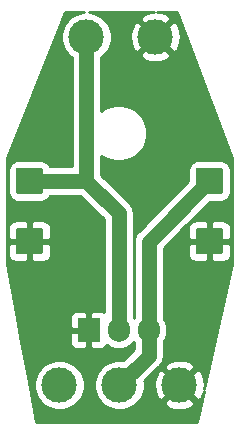
<source format=gbr>
%TF.GenerationSoftware,KiCad,Pcbnew,(5.1.6)-1*%
%TF.CreationDate,2021-05-20T08:24:50-04:00*%
%TF.ProjectId,ATX2AT-5v,41545832-4154-42d3-9576-2e6b69636164,rev?*%
%TF.SameCoordinates,Original*%
%TF.FileFunction,Copper,L1,Top*%
%TF.FilePolarity,Positive*%
%FSLAX46Y46*%
G04 Gerber Fmt 4.6, Leading zero omitted, Abs format (unit mm)*
G04 Created by KiCad (PCBNEW (5.1.6)-1) date 2021-05-20 08:24:50*
%MOMM*%
%LPD*%
G01*
G04 APERTURE LIST*
%TA.AperFunction,ComponentPad*%
%ADD10C,3.000000*%
%TD*%
%TA.AperFunction,ComponentPad*%
%ADD11R,1.905000X2.000000*%
%TD*%
%TA.AperFunction,ComponentPad*%
%ADD12O,1.905000X2.000000*%
%TD*%
%TA.AperFunction,Conductor*%
%ADD13C,1.250000*%
%TD*%
%TA.AperFunction,Conductor*%
%ADD14C,0.254000*%
%TD*%
G04 APERTURE END LIST*
%TO.P,C1,1*%
%TO.N,Net-(C1-Pad1)*%
%TA.AperFunction,SMDPad,CuDef*%
G36*
G01*
X122845001Y-81917000D02*
X120994999Y-81917000D01*
G75*
G02*
X120745000Y-81667001I0J249999D01*
G01*
X120745000Y-79916999D01*
G75*
G02*
X120994999Y-79667000I249999J0D01*
G01*
X122845001Y-79667000D01*
G75*
G02*
X123095000Y-79916999I0J-249999D01*
G01*
X123095000Y-81667001D01*
G75*
G02*
X122845001Y-81917000I-249999J0D01*
G01*
G37*
%TD.AperFunction*%
%TO.P,C1,2*%
%TO.N,Net-(C1-Pad2)*%
%TA.AperFunction,SMDPad,CuDef*%
G36*
G01*
X122845001Y-76817000D02*
X120994999Y-76817000D01*
G75*
G02*
X120745000Y-76567001I0J249999D01*
G01*
X120745000Y-74816999D01*
G75*
G02*
X120994999Y-74567000I249999J0D01*
G01*
X122845001Y-74567000D01*
G75*
G02*
X123095000Y-74816999I0J-249999D01*
G01*
X123095000Y-76567001D01*
G75*
G02*
X122845001Y-76817000I-249999J0D01*
G01*
G37*
%TD.AperFunction*%
%TD*%
%TO.P,C2,2*%
%TO.N,Net-(C2-Pad2)*%
%TA.AperFunction,SMDPad,CuDef*%
G36*
G01*
X138085001Y-76817000D02*
X136234999Y-76817000D01*
G75*
G02*
X135985000Y-76567001I0J249999D01*
G01*
X135985000Y-74816999D01*
G75*
G02*
X136234999Y-74567000I249999J0D01*
G01*
X138085001Y-74567000D01*
G75*
G02*
X138335000Y-74816999I0J-249999D01*
G01*
X138335000Y-76567001D01*
G75*
G02*
X138085001Y-76817000I-249999J0D01*
G01*
G37*
%TD.AperFunction*%
%TO.P,C2,1*%
%TO.N,Net-(C1-Pad1)*%
%TA.AperFunction,SMDPad,CuDef*%
G36*
G01*
X138085001Y-81917000D02*
X136234999Y-81917000D01*
G75*
G02*
X135985000Y-81667001I0J249999D01*
G01*
X135985000Y-79916999D01*
G75*
G02*
X136234999Y-79667000I249999J0D01*
G01*
X138085001Y-79667000D01*
G75*
G02*
X138335000Y-79916999I0J-249999D01*
G01*
X138335000Y-81667001D01*
G75*
G02*
X138085001Y-81917000I-249999J0D01*
G01*
G37*
%TD.AperFunction*%
%TD*%
D10*
%TO.P,-12V,1*%
%TO.N,Net-(C1-Pad2)*%
X126746000Y-63500000D03*
%TD*%
%TO.P,GND,1*%
%TO.N,Net-(C1-Pad1)*%
X132588000Y-63500000D03*
%TD*%
%TO.P,-12V,1*%
%TO.N,Net-(C1-Pad2)*%
X124460000Y-92964000D03*
%TD*%
%TO.P,-5V,1*%
%TO.N,Net-(C2-Pad2)*%
X129540000Y-92964000D03*
%TD*%
%TO.P,GND,1*%
%TO.N,Net-(C1-Pad1)*%
X134620000Y-92964000D03*
%TD*%
D11*
%TO.P,U1,1*%
%TO.N,Net-(C1-Pad1)*%
X126941001Y-88315001D03*
D12*
%TO.P,U1,2*%
%TO.N,Net-(C1-Pad2)*%
X129481001Y-88315001D03*
%TO.P,U1,3*%
%TO.N,Net-(C2-Pad2)*%
X132021001Y-88315001D03*
%TD*%
D13*
%TO.N,Net-(C1-Pad2)*%
X121920000Y-75692000D02*
X122936000Y-75692000D01*
X129481001Y-88315001D02*
X129481001Y-78427001D01*
X126746000Y-75692000D02*
X126746000Y-63500000D01*
X129481001Y-78427001D02*
X126746000Y-75692000D01*
X126746000Y-75692000D02*
X121920000Y-75692000D01*
%TO.N,Net-(C2-Pad2)*%
X132021001Y-90482999D02*
X129540000Y-92964000D01*
X132021001Y-88315001D02*
X132021001Y-90482999D01*
X132021001Y-80830999D02*
X137160000Y-75692000D01*
X132021001Y-88315001D02*
X132021001Y-80830999D01*
%TD*%
D14*
%TO.N,Net-(C1-Pad1)*%
G36*
X126123244Y-61447047D02*
G01*
X125734698Y-61607988D01*
X125385017Y-61841637D01*
X125087637Y-62139017D01*
X124853988Y-62488698D01*
X124693047Y-62877244D01*
X124611000Y-63289721D01*
X124611000Y-63710279D01*
X124693047Y-64122756D01*
X124853988Y-64511302D01*
X125087637Y-64860983D01*
X125385017Y-65158363D01*
X125486001Y-65225838D01*
X125486000Y-74432000D01*
X123641339Y-74432000D01*
X123583405Y-74323613D01*
X123472962Y-74189038D01*
X123338387Y-74078595D01*
X123184851Y-73996528D01*
X123018255Y-73945992D01*
X122845001Y-73928928D01*
X120994999Y-73928928D01*
X120821745Y-73945992D01*
X120655149Y-73996528D01*
X120501613Y-74078595D01*
X120367038Y-74189038D01*
X120256595Y-74323613D01*
X120174528Y-74477149D01*
X120123992Y-74643745D01*
X120106928Y-74816999D01*
X120106928Y-76567001D01*
X120123992Y-76740255D01*
X120174528Y-76906851D01*
X120256595Y-77060387D01*
X120367038Y-77194962D01*
X120501613Y-77305405D01*
X120655149Y-77387472D01*
X120821745Y-77438008D01*
X120994999Y-77455072D01*
X122845001Y-77455072D01*
X123018255Y-77438008D01*
X123184851Y-77387472D01*
X123338387Y-77305405D01*
X123472962Y-77194962D01*
X123583405Y-77060387D01*
X123641339Y-76952000D01*
X126224092Y-76952000D01*
X128221002Y-78948911D01*
X128221001Y-86770035D01*
X128137681Y-86725499D01*
X128017983Y-86689189D01*
X127893501Y-86676929D01*
X127226751Y-86680001D01*
X127068001Y-86838751D01*
X127068001Y-88188001D01*
X127088001Y-88188001D01*
X127088001Y-88442001D01*
X127068001Y-88442001D01*
X127068001Y-89791251D01*
X127226751Y-89950001D01*
X127893501Y-89953073D01*
X128017983Y-89940813D01*
X128137681Y-89904503D01*
X128247995Y-89845538D01*
X128344686Y-89766186D01*
X128424038Y-89669495D01*
X128468906Y-89585554D01*
X128594767Y-89688846D01*
X128870553Y-89836256D01*
X129169798Y-89927031D01*
X129481001Y-89957682D01*
X129792205Y-89927031D01*
X130091450Y-89836256D01*
X130367236Y-89688846D01*
X130608964Y-89490464D01*
X130751001Y-89317392D01*
X130761001Y-89329578D01*
X130761002Y-89961089D01*
X129869397Y-90852694D01*
X129750279Y-90829000D01*
X129329721Y-90829000D01*
X128917244Y-90911047D01*
X128528698Y-91071988D01*
X128179017Y-91305637D01*
X127881637Y-91603017D01*
X127647988Y-91952698D01*
X127487047Y-92341244D01*
X127405000Y-92753721D01*
X127405000Y-93174279D01*
X127487047Y-93586756D01*
X127647988Y-93975302D01*
X127881637Y-94324983D01*
X128179017Y-94622363D01*
X128528698Y-94856012D01*
X128917244Y-95016953D01*
X129329721Y-95099000D01*
X129750279Y-95099000D01*
X130162756Y-95016953D01*
X130551302Y-94856012D01*
X130900983Y-94622363D01*
X131067693Y-94455653D01*
X133307952Y-94455653D01*
X133463962Y-94771214D01*
X133838745Y-94962020D01*
X134243551Y-95076044D01*
X134662824Y-95108902D01*
X135080451Y-95059334D01*
X135480383Y-94929243D01*
X135776038Y-94771214D01*
X135932048Y-94455653D01*
X134620000Y-93143605D01*
X133307952Y-94455653D01*
X131067693Y-94455653D01*
X131198363Y-94324983D01*
X131432012Y-93975302D01*
X131592953Y-93586756D01*
X131675000Y-93174279D01*
X131675000Y-93006824D01*
X132475098Y-93006824D01*
X132524666Y-93424451D01*
X132654757Y-93824383D01*
X132812786Y-94120038D01*
X133128347Y-94276048D01*
X134440395Y-92964000D01*
X133128347Y-91651952D01*
X132812786Y-91807962D01*
X132621980Y-92182745D01*
X132507956Y-92587551D01*
X132475098Y-93006824D01*
X131675000Y-93006824D01*
X131675000Y-92753721D01*
X131651306Y-92634603D01*
X132813562Y-91472347D01*
X133307952Y-91472347D01*
X134620000Y-92784395D01*
X135932048Y-91472347D01*
X135776038Y-91156786D01*
X135401255Y-90965980D01*
X134996449Y-90851956D01*
X134577176Y-90819098D01*
X134159549Y-90868666D01*
X133759617Y-90998757D01*
X133463962Y-91156786D01*
X133307952Y-91472347D01*
X132813562Y-91472347D01*
X132868191Y-91417718D01*
X132916266Y-91378264D01*
X133073721Y-91186404D01*
X133190721Y-90967513D01*
X133262769Y-90730002D01*
X133281001Y-90544892D01*
X133281001Y-90544883D01*
X133287096Y-90483000D01*
X133281001Y-90421117D01*
X133281001Y-89329577D01*
X133347346Y-89248735D01*
X133494756Y-88972949D01*
X133585531Y-88673704D01*
X133608501Y-88440486D01*
X133608501Y-88189515D01*
X133585531Y-87956297D01*
X133494756Y-87657052D01*
X133347346Y-87381266D01*
X133281001Y-87300425D01*
X133281001Y-81917000D01*
X135346928Y-81917000D01*
X135359188Y-82041482D01*
X135395498Y-82161180D01*
X135454463Y-82271494D01*
X135533815Y-82368185D01*
X135630506Y-82447537D01*
X135740820Y-82506502D01*
X135860518Y-82542812D01*
X135985000Y-82555072D01*
X136874250Y-82552000D01*
X137033000Y-82393250D01*
X137033000Y-80919000D01*
X137287000Y-80919000D01*
X137287000Y-82393250D01*
X137445750Y-82552000D01*
X138335000Y-82555072D01*
X138459482Y-82542812D01*
X138579180Y-82506502D01*
X138689494Y-82447537D01*
X138786185Y-82368185D01*
X138865537Y-82271494D01*
X138924502Y-82161180D01*
X138960812Y-82041482D01*
X138973072Y-81917000D01*
X138970000Y-81077750D01*
X138811250Y-80919000D01*
X137287000Y-80919000D01*
X137033000Y-80919000D01*
X135508750Y-80919000D01*
X135350000Y-81077750D01*
X135346928Y-81917000D01*
X133281001Y-81917000D01*
X133281001Y-81352907D01*
X134966908Y-79667000D01*
X135346928Y-79667000D01*
X135350000Y-80506250D01*
X135508750Y-80665000D01*
X137033000Y-80665000D01*
X137033000Y-79190750D01*
X137287000Y-79190750D01*
X137287000Y-80665000D01*
X138811250Y-80665000D01*
X138970000Y-80506250D01*
X138973072Y-79667000D01*
X138960812Y-79542518D01*
X138924502Y-79422820D01*
X138865537Y-79312506D01*
X138786185Y-79215815D01*
X138689494Y-79136463D01*
X138579180Y-79077498D01*
X138459482Y-79041188D01*
X138335000Y-79028928D01*
X137445750Y-79032000D01*
X137287000Y-79190750D01*
X137033000Y-79190750D01*
X136874250Y-79032000D01*
X135985000Y-79028928D01*
X135860518Y-79041188D01*
X135740820Y-79077498D01*
X135630506Y-79136463D01*
X135533815Y-79215815D01*
X135454463Y-79312506D01*
X135395498Y-79422820D01*
X135359188Y-79542518D01*
X135346928Y-79667000D01*
X134966908Y-79667000D01*
X137178837Y-77455072D01*
X138085001Y-77455072D01*
X138258255Y-77438008D01*
X138424851Y-77387472D01*
X138578387Y-77305405D01*
X138712962Y-77194962D01*
X138823405Y-77060387D01*
X138905472Y-76906851D01*
X138956008Y-76740255D01*
X138973072Y-76567001D01*
X138973072Y-74816999D01*
X138956008Y-74643745D01*
X138905472Y-74477149D01*
X138823405Y-74323613D01*
X138712962Y-74189038D01*
X138578387Y-74078595D01*
X138424851Y-73996528D01*
X138258255Y-73945992D01*
X138085001Y-73928928D01*
X136234999Y-73928928D01*
X136061745Y-73945992D01*
X135895149Y-73996528D01*
X135741613Y-74078595D01*
X135607038Y-74189038D01*
X135496595Y-74323613D01*
X135414528Y-74477149D01*
X135363992Y-74643745D01*
X135346928Y-74816999D01*
X135346928Y-75723163D01*
X131173812Y-79896280D01*
X131125737Y-79935734D01*
X131086283Y-79983809D01*
X131086282Y-79983810D01*
X130968281Y-80127594D01*
X130851281Y-80346486D01*
X130779234Y-80583996D01*
X130754906Y-80830999D01*
X130761002Y-80892892D01*
X130761001Y-87300425D01*
X130751001Y-87312610D01*
X130741001Y-87300425D01*
X130741001Y-78488894D01*
X130747097Y-78427001D01*
X130722769Y-78179998D01*
X130650721Y-77942487D01*
X130533721Y-77723596D01*
X130415720Y-77579811D01*
X130376266Y-77531736D01*
X130328191Y-77492282D01*
X128006000Y-75170092D01*
X128006000Y-73537852D01*
X128351280Y-73768561D01*
X128785322Y-73948347D01*
X129246099Y-74040001D01*
X129715903Y-74040001D01*
X130176680Y-73948347D01*
X130610722Y-73768561D01*
X131001350Y-73507551D01*
X131333551Y-73175350D01*
X131594561Y-72784722D01*
X131774347Y-72350680D01*
X131866001Y-71889903D01*
X131866001Y-71420099D01*
X131774347Y-70959322D01*
X131594561Y-70525280D01*
X131333551Y-70134652D01*
X131001350Y-69802451D01*
X130610722Y-69541441D01*
X130176680Y-69361655D01*
X129715903Y-69270001D01*
X129246099Y-69270001D01*
X128785322Y-69361655D01*
X128351280Y-69541441D01*
X128006000Y-69772150D01*
X128006000Y-65225838D01*
X128106983Y-65158363D01*
X128273693Y-64991653D01*
X131275952Y-64991653D01*
X131431962Y-65307214D01*
X131806745Y-65498020D01*
X132211551Y-65612044D01*
X132630824Y-65644902D01*
X133048451Y-65595334D01*
X133448383Y-65465243D01*
X133744038Y-65307214D01*
X133900048Y-64991653D01*
X132588000Y-63679605D01*
X131275952Y-64991653D01*
X128273693Y-64991653D01*
X128404363Y-64860983D01*
X128638012Y-64511302D01*
X128798953Y-64122756D01*
X128881000Y-63710279D01*
X128881000Y-63542824D01*
X130443098Y-63542824D01*
X130492666Y-63960451D01*
X130622757Y-64360383D01*
X130780786Y-64656038D01*
X131096347Y-64812048D01*
X132408395Y-63500000D01*
X132767605Y-63500000D01*
X134079653Y-64812048D01*
X134395214Y-64656038D01*
X134586020Y-64281255D01*
X134700044Y-63876449D01*
X134732902Y-63457176D01*
X134683334Y-63039549D01*
X134553243Y-62639617D01*
X134395214Y-62343962D01*
X134079653Y-62187952D01*
X132767605Y-63500000D01*
X132408395Y-63500000D01*
X131096347Y-62187952D01*
X130780786Y-62343962D01*
X130589980Y-62718745D01*
X130475956Y-63123551D01*
X130443098Y-63542824D01*
X128881000Y-63542824D01*
X128881000Y-63289721D01*
X128798953Y-62877244D01*
X128638012Y-62488698D01*
X128404363Y-62139017D01*
X128106983Y-61841637D01*
X127757302Y-61607988D01*
X127368756Y-61447047D01*
X126961306Y-61366000D01*
X132453323Y-61366000D01*
X132127549Y-61404666D01*
X131727617Y-61534757D01*
X131431962Y-61692786D01*
X131275952Y-62008347D01*
X132588000Y-63320395D01*
X133900048Y-62008347D01*
X133744038Y-61692786D01*
X133369255Y-61501980D01*
X132964449Y-61387956D01*
X132684287Y-61366000D01*
X134415570Y-61366000D01*
X139040001Y-73778952D01*
X139040000Y-82732837D01*
X136735649Y-93294445D01*
X136764902Y-92921176D01*
X136715334Y-92503549D01*
X136585243Y-92103617D01*
X136427214Y-91807962D01*
X136111653Y-91651952D01*
X134799605Y-92964000D01*
X136111653Y-94276048D01*
X136427214Y-94120038D01*
X136618020Y-93745255D01*
X136703510Y-93441749D01*
X136120474Y-96114000D01*
X122470820Y-96114000D01*
X121859861Y-92753721D01*
X122325000Y-92753721D01*
X122325000Y-93174279D01*
X122407047Y-93586756D01*
X122567988Y-93975302D01*
X122801637Y-94324983D01*
X123099017Y-94622363D01*
X123448698Y-94856012D01*
X123837244Y-95016953D01*
X124249721Y-95099000D01*
X124670279Y-95099000D01*
X125082756Y-95016953D01*
X125471302Y-94856012D01*
X125820983Y-94622363D01*
X126118363Y-94324983D01*
X126352012Y-93975302D01*
X126512953Y-93586756D01*
X126595000Y-93174279D01*
X126595000Y-92753721D01*
X126512953Y-92341244D01*
X126352012Y-91952698D01*
X126118363Y-91603017D01*
X125820983Y-91305637D01*
X125471302Y-91071988D01*
X125082756Y-90911047D01*
X124670279Y-90829000D01*
X124249721Y-90829000D01*
X123837244Y-90911047D01*
X123448698Y-91071988D01*
X123099017Y-91305637D01*
X122801637Y-91603017D01*
X122567988Y-91952698D01*
X122407047Y-92341244D01*
X122325000Y-92753721D01*
X121859861Y-92753721D01*
X121234639Y-89315001D01*
X125350429Y-89315001D01*
X125362689Y-89439483D01*
X125398999Y-89559181D01*
X125457964Y-89669495D01*
X125537316Y-89766186D01*
X125634007Y-89845538D01*
X125744321Y-89904503D01*
X125864019Y-89940813D01*
X125988501Y-89953073D01*
X126655251Y-89950001D01*
X126814001Y-89791251D01*
X126814001Y-88442001D01*
X125512251Y-88442001D01*
X125353501Y-88600751D01*
X125350429Y-89315001D01*
X121234639Y-89315001D01*
X120871003Y-87315001D01*
X125350429Y-87315001D01*
X125353501Y-88029251D01*
X125512251Y-88188001D01*
X126814001Y-88188001D01*
X126814001Y-86838751D01*
X126655251Y-86680001D01*
X125988501Y-86676929D01*
X125864019Y-86689189D01*
X125744321Y-86725499D01*
X125634007Y-86784464D01*
X125537316Y-86863816D01*
X125457964Y-86960507D01*
X125398999Y-87070821D01*
X125362689Y-87190519D01*
X125350429Y-87315001D01*
X120871003Y-87315001D01*
X120040000Y-82744493D01*
X120040000Y-81917000D01*
X120106928Y-81917000D01*
X120119188Y-82041482D01*
X120155498Y-82161180D01*
X120214463Y-82271494D01*
X120293815Y-82368185D01*
X120390506Y-82447537D01*
X120500820Y-82506502D01*
X120620518Y-82542812D01*
X120745000Y-82555072D01*
X121634250Y-82552000D01*
X121793000Y-82393250D01*
X121793000Y-80919000D01*
X122047000Y-80919000D01*
X122047000Y-82393250D01*
X122205750Y-82552000D01*
X123095000Y-82555072D01*
X123219482Y-82542812D01*
X123339180Y-82506502D01*
X123449494Y-82447537D01*
X123546185Y-82368185D01*
X123625537Y-82271494D01*
X123684502Y-82161180D01*
X123720812Y-82041482D01*
X123733072Y-81917000D01*
X123730000Y-81077750D01*
X123571250Y-80919000D01*
X122047000Y-80919000D01*
X121793000Y-80919000D01*
X120268750Y-80919000D01*
X120110000Y-81077750D01*
X120106928Y-81917000D01*
X120040000Y-81917000D01*
X120040000Y-79667000D01*
X120106928Y-79667000D01*
X120110000Y-80506250D01*
X120268750Y-80665000D01*
X121793000Y-80665000D01*
X121793000Y-79190750D01*
X122047000Y-79190750D01*
X122047000Y-80665000D01*
X123571250Y-80665000D01*
X123730000Y-80506250D01*
X123733072Y-79667000D01*
X123720812Y-79542518D01*
X123684502Y-79422820D01*
X123625537Y-79312506D01*
X123546185Y-79215815D01*
X123449494Y-79136463D01*
X123339180Y-79077498D01*
X123219482Y-79041188D01*
X123095000Y-79028928D01*
X122205750Y-79032000D01*
X122047000Y-79190750D01*
X121793000Y-79190750D01*
X121634250Y-79032000D01*
X120745000Y-79028928D01*
X120620518Y-79041188D01*
X120500820Y-79077498D01*
X120390506Y-79136463D01*
X120293815Y-79215815D01*
X120214463Y-79312506D01*
X120155498Y-79422820D01*
X120119188Y-79542518D01*
X120106928Y-79667000D01*
X120040000Y-79667000D01*
X120040000Y-73784783D01*
X124910111Y-61366000D01*
X126530694Y-61366000D01*
X126123244Y-61447047D01*
G37*
X126123244Y-61447047D02*
X125734698Y-61607988D01*
X125385017Y-61841637D01*
X125087637Y-62139017D01*
X124853988Y-62488698D01*
X124693047Y-62877244D01*
X124611000Y-63289721D01*
X124611000Y-63710279D01*
X124693047Y-64122756D01*
X124853988Y-64511302D01*
X125087637Y-64860983D01*
X125385017Y-65158363D01*
X125486001Y-65225838D01*
X125486000Y-74432000D01*
X123641339Y-74432000D01*
X123583405Y-74323613D01*
X123472962Y-74189038D01*
X123338387Y-74078595D01*
X123184851Y-73996528D01*
X123018255Y-73945992D01*
X122845001Y-73928928D01*
X120994999Y-73928928D01*
X120821745Y-73945992D01*
X120655149Y-73996528D01*
X120501613Y-74078595D01*
X120367038Y-74189038D01*
X120256595Y-74323613D01*
X120174528Y-74477149D01*
X120123992Y-74643745D01*
X120106928Y-74816999D01*
X120106928Y-76567001D01*
X120123992Y-76740255D01*
X120174528Y-76906851D01*
X120256595Y-77060387D01*
X120367038Y-77194962D01*
X120501613Y-77305405D01*
X120655149Y-77387472D01*
X120821745Y-77438008D01*
X120994999Y-77455072D01*
X122845001Y-77455072D01*
X123018255Y-77438008D01*
X123184851Y-77387472D01*
X123338387Y-77305405D01*
X123472962Y-77194962D01*
X123583405Y-77060387D01*
X123641339Y-76952000D01*
X126224092Y-76952000D01*
X128221002Y-78948911D01*
X128221001Y-86770035D01*
X128137681Y-86725499D01*
X128017983Y-86689189D01*
X127893501Y-86676929D01*
X127226751Y-86680001D01*
X127068001Y-86838751D01*
X127068001Y-88188001D01*
X127088001Y-88188001D01*
X127088001Y-88442001D01*
X127068001Y-88442001D01*
X127068001Y-89791251D01*
X127226751Y-89950001D01*
X127893501Y-89953073D01*
X128017983Y-89940813D01*
X128137681Y-89904503D01*
X128247995Y-89845538D01*
X128344686Y-89766186D01*
X128424038Y-89669495D01*
X128468906Y-89585554D01*
X128594767Y-89688846D01*
X128870553Y-89836256D01*
X129169798Y-89927031D01*
X129481001Y-89957682D01*
X129792205Y-89927031D01*
X130091450Y-89836256D01*
X130367236Y-89688846D01*
X130608964Y-89490464D01*
X130751001Y-89317392D01*
X130761001Y-89329578D01*
X130761002Y-89961089D01*
X129869397Y-90852694D01*
X129750279Y-90829000D01*
X129329721Y-90829000D01*
X128917244Y-90911047D01*
X128528698Y-91071988D01*
X128179017Y-91305637D01*
X127881637Y-91603017D01*
X127647988Y-91952698D01*
X127487047Y-92341244D01*
X127405000Y-92753721D01*
X127405000Y-93174279D01*
X127487047Y-93586756D01*
X127647988Y-93975302D01*
X127881637Y-94324983D01*
X128179017Y-94622363D01*
X128528698Y-94856012D01*
X128917244Y-95016953D01*
X129329721Y-95099000D01*
X129750279Y-95099000D01*
X130162756Y-95016953D01*
X130551302Y-94856012D01*
X130900983Y-94622363D01*
X131067693Y-94455653D01*
X133307952Y-94455653D01*
X133463962Y-94771214D01*
X133838745Y-94962020D01*
X134243551Y-95076044D01*
X134662824Y-95108902D01*
X135080451Y-95059334D01*
X135480383Y-94929243D01*
X135776038Y-94771214D01*
X135932048Y-94455653D01*
X134620000Y-93143605D01*
X133307952Y-94455653D01*
X131067693Y-94455653D01*
X131198363Y-94324983D01*
X131432012Y-93975302D01*
X131592953Y-93586756D01*
X131675000Y-93174279D01*
X131675000Y-93006824D01*
X132475098Y-93006824D01*
X132524666Y-93424451D01*
X132654757Y-93824383D01*
X132812786Y-94120038D01*
X133128347Y-94276048D01*
X134440395Y-92964000D01*
X133128347Y-91651952D01*
X132812786Y-91807962D01*
X132621980Y-92182745D01*
X132507956Y-92587551D01*
X132475098Y-93006824D01*
X131675000Y-93006824D01*
X131675000Y-92753721D01*
X131651306Y-92634603D01*
X132813562Y-91472347D01*
X133307952Y-91472347D01*
X134620000Y-92784395D01*
X135932048Y-91472347D01*
X135776038Y-91156786D01*
X135401255Y-90965980D01*
X134996449Y-90851956D01*
X134577176Y-90819098D01*
X134159549Y-90868666D01*
X133759617Y-90998757D01*
X133463962Y-91156786D01*
X133307952Y-91472347D01*
X132813562Y-91472347D01*
X132868191Y-91417718D01*
X132916266Y-91378264D01*
X133073721Y-91186404D01*
X133190721Y-90967513D01*
X133262769Y-90730002D01*
X133281001Y-90544892D01*
X133281001Y-90544883D01*
X133287096Y-90483000D01*
X133281001Y-90421117D01*
X133281001Y-89329577D01*
X133347346Y-89248735D01*
X133494756Y-88972949D01*
X133585531Y-88673704D01*
X133608501Y-88440486D01*
X133608501Y-88189515D01*
X133585531Y-87956297D01*
X133494756Y-87657052D01*
X133347346Y-87381266D01*
X133281001Y-87300425D01*
X133281001Y-81917000D01*
X135346928Y-81917000D01*
X135359188Y-82041482D01*
X135395498Y-82161180D01*
X135454463Y-82271494D01*
X135533815Y-82368185D01*
X135630506Y-82447537D01*
X135740820Y-82506502D01*
X135860518Y-82542812D01*
X135985000Y-82555072D01*
X136874250Y-82552000D01*
X137033000Y-82393250D01*
X137033000Y-80919000D01*
X137287000Y-80919000D01*
X137287000Y-82393250D01*
X137445750Y-82552000D01*
X138335000Y-82555072D01*
X138459482Y-82542812D01*
X138579180Y-82506502D01*
X138689494Y-82447537D01*
X138786185Y-82368185D01*
X138865537Y-82271494D01*
X138924502Y-82161180D01*
X138960812Y-82041482D01*
X138973072Y-81917000D01*
X138970000Y-81077750D01*
X138811250Y-80919000D01*
X137287000Y-80919000D01*
X137033000Y-80919000D01*
X135508750Y-80919000D01*
X135350000Y-81077750D01*
X135346928Y-81917000D01*
X133281001Y-81917000D01*
X133281001Y-81352907D01*
X134966908Y-79667000D01*
X135346928Y-79667000D01*
X135350000Y-80506250D01*
X135508750Y-80665000D01*
X137033000Y-80665000D01*
X137033000Y-79190750D01*
X137287000Y-79190750D01*
X137287000Y-80665000D01*
X138811250Y-80665000D01*
X138970000Y-80506250D01*
X138973072Y-79667000D01*
X138960812Y-79542518D01*
X138924502Y-79422820D01*
X138865537Y-79312506D01*
X138786185Y-79215815D01*
X138689494Y-79136463D01*
X138579180Y-79077498D01*
X138459482Y-79041188D01*
X138335000Y-79028928D01*
X137445750Y-79032000D01*
X137287000Y-79190750D01*
X137033000Y-79190750D01*
X136874250Y-79032000D01*
X135985000Y-79028928D01*
X135860518Y-79041188D01*
X135740820Y-79077498D01*
X135630506Y-79136463D01*
X135533815Y-79215815D01*
X135454463Y-79312506D01*
X135395498Y-79422820D01*
X135359188Y-79542518D01*
X135346928Y-79667000D01*
X134966908Y-79667000D01*
X137178837Y-77455072D01*
X138085001Y-77455072D01*
X138258255Y-77438008D01*
X138424851Y-77387472D01*
X138578387Y-77305405D01*
X138712962Y-77194962D01*
X138823405Y-77060387D01*
X138905472Y-76906851D01*
X138956008Y-76740255D01*
X138973072Y-76567001D01*
X138973072Y-74816999D01*
X138956008Y-74643745D01*
X138905472Y-74477149D01*
X138823405Y-74323613D01*
X138712962Y-74189038D01*
X138578387Y-74078595D01*
X138424851Y-73996528D01*
X138258255Y-73945992D01*
X138085001Y-73928928D01*
X136234999Y-73928928D01*
X136061745Y-73945992D01*
X135895149Y-73996528D01*
X135741613Y-74078595D01*
X135607038Y-74189038D01*
X135496595Y-74323613D01*
X135414528Y-74477149D01*
X135363992Y-74643745D01*
X135346928Y-74816999D01*
X135346928Y-75723163D01*
X131173812Y-79896280D01*
X131125737Y-79935734D01*
X131086283Y-79983809D01*
X131086282Y-79983810D01*
X130968281Y-80127594D01*
X130851281Y-80346486D01*
X130779234Y-80583996D01*
X130754906Y-80830999D01*
X130761002Y-80892892D01*
X130761001Y-87300425D01*
X130751001Y-87312610D01*
X130741001Y-87300425D01*
X130741001Y-78488894D01*
X130747097Y-78427001D01*
X130722769Y-78179998D01*
X130650721Y-77942487D01*
X130533721Y-77723596D01*
X130415720Y-77579811D01*
X130376266Y-77531736D01*
X130328191Y-77492282D01*
X128006000Y-75170092D01*
X128006000Y-73537852D01*
X128351280Y-73768561D01*
X128785322Y-73948347D01*
X129246099Y-74040001D01*
X129715903Y-74040001D01*
X130176680Y-73948347D01*
X130610722Y-73768561D01*
X131001350Y-73507551D01*
X131333551Y-73175350D01*
X131594561Y-72784722D01*
X131774347Y-72350680D01*
X131866001Y-71889903D01*
X131866001Y-71420099D01*
X131774347Y-70959322D01*
X131594561Y-70525280D01*
X131333551Y-70134652D01*
X131001350Y-69802451D01*
X130610722Y-69541441D01*
X130176680Y-69361655D01*
X129715903Y-69270001D01*
X129246099Y-69270001D01*
X128785322Y-69361655D01*
X128351280Y-69541441D01*
X128006000Y-69772150D01*
X128006000Y-65225838D01*
X128106983Y-65158363D01*
X128273693Y-64991653D01*
X131275952Y-64991653D01*
X131431962Y-65307214D01*
X131806745Y-65498020D01*
X132211551Y-65612044D01*
X132630824Y-65644902D01*
X133048451Y-65595334D01*
X133448383Y-65465243D01*
X133744038Y-65307214D01*
X133900048Y-64991653D01*
X132588000Y-63679605D01*
X131275952Y-64991653D01*
X128273693Y-64991653D01*
X128404363Y-64860983D01*
X128638012Y-64511302D01*
X128798953Y-64122756D01*
X128881000Y-63710279D01*
X128881000Y-63542824D01*
X130443098Y-63542824D01*
X130492666Y-63960451D01*
X130622757Y-64360383D01*
X130780786Y-64656038D01*
X131096347Y-64812048D01*
X132408395Y-63500000D01*
X132767605Y-63500000D01*
X134079653Y-64812048D01*
X134395214Y-64656038D01*
X134586020Y-64281255D01*
X134700044Y-63876449D01*
X134732902Y-63457176D01*
X134683334Y-63039549D01*
X134553243Y-62639617D01*
X134395214Y-62343962D01*
X134079653Y-62187952D01*
X132767605Y-63500000D01*
X132408395Y-63500000D01*
X131096347Y-62187952D01*
X130780786Y-62343962D01*
X130589980Y-62718745D01*
X130475956Y-63123551D01*
X130443098Y-63542824D01*
X128881000Y-63542824D01*
X128881000Y-63289721D01*
X128798953Y-62877244D01*
X128638012Y-62488698D01*
X128404363Y-62139017D01*
X128106983Y-61841637D01*
X127757302Y-61607988D01*
X127368756Y-61447047D01*
X126961306Y-61366000D01*
X132453323Y-61366000D01*
X132127549Y-61404666D01*
X131727617Y-61534757D01*
X131431962Y-61692786D01*
X131275952Y-62008347D01*
X132588000Y-63320395D01*
X133900048Y-62008347D01*
X133744038Y-61692786D01*
X133369255Y-61501980D01*
X132964449Y-61387956D01*
X132684287Y-61366000D01*
X134415570Y-61366000D01*
X139040001Y-73778952D01*
X139040000Y-82732837D01*
X136735649Y-93294445D01*
X136764902Y-92921176D01*
X136715334Y-92503549D01*
X136585243Y-92103617D01*
X136427214Y-91807962D01*
X136111653Y-91651952D01*
X134799605Y-92964000D01*
X136111653Y-94276048D01*
X136427214Y-94120038D01*
X136618020Y-93745255D01*
X136703510Y-93441749D01*
X136120474Y-96114000D01*
X122470820Y-96114000D01*
X121859861Y-92753721D01*
X122325000Y-92753721D01*
X122325000Y-93174279D01*
X122407047Y-93586756D01*
X122567988Y-93975302D01*
X122801637Y-94324983D01*
X123099017Y-94622363D01*
X123448698Y-94856012D01*
X123837244Y-95016953D01*
X124249721Y-95099000D01*
X124670279Y-95099000D01*
X125082756Y-95016953D01*
X125471302Y-94856012D01*
X125820983Y-94622363D01*
X126118363Y-94324983D01*
X126352012Y-93975302D01*
X126512953Y-93586756D01*
X126595000Y-93174279D01*
X126595000Y-92753721D01*
X126512953Y-92341244D01*
X126352012Y-91952698D01*
X126118363Y-91603017D01*
X125820983Y-91305637D01*
X125471302Y-91071988D01*
X125082756Y-90911047D01*
X124670279Y-90829000D01*
X124249721Y-90829000D01*
X123837244Y-90911047D01*
X123448698Y-91071988D01*
X123099017Y-91305637D01*
X122801637Y-91603017D01*
X122567988Y-91952698D01*
X122407047Y-92341244D01*
X122325000Y-92753721D01*
X121859861Y-92753721D01*
X121234639Y-89315001D01*
X125350429Y-89315001D01*
X125362689Y-89439483D01*
X125398999Y-89559181D01*
X125457964Y-89669495D01*
X125537316Y-89766186D01*
X125634007Y-89845538D01*
X125744321Y-89904503D01*
X125864019Y-89940813D01*
X125988501Y-89953073D01*
X126655251Y-89950001D01*
X126814001Y-89791251D01*
X126814001Y-88442001D01*
X125512251Y-88442001D01*
X125353501Y-88600751D01*
X125350429Y-89315001D01*
X121234639Y-89315001D01*
X120871003Y-87315001D01*
X125350429Y-87315001D01*
X125353501Y-88029251D01*
X125512251Y-88188001D01*
X126814001Y-88188001D01*
X126814001Y-86838751D01*
X126655251Y-86680001D01*
X125988501Y-86676929D01*
X125864019Y-86689189D01*
X125744321Y-86725499D01*
X125634007Y-86784464D01*
X125537316Y-86863816D01*
X125457964Y-86960507D01*
X125398999Y-87070821D01*
X125362689Y-87190519D01*
X125350429Y-87315001D01*
X120871003Y-87315001D01*
X120040000Y-82744493D01*
X120040000Y-81917000D01*
X120106928Y-81917000D01*
X120119188Y-82041482D01*
X120155498Y-82161180D01*
X120214463Y-82271494D01*
X120293815Y-82368185D01*
X120390506Y-82447537D01*
X120500820Y-82506502D01*
X120620518Y-82542812D01*
X120745000Y-82555072D01*
X121634250Y-82552000D01*
X121793000Y-82393250D01*
X121793000Y-80919000D01*
X122047000Y-80919000D01*
X122047000Y-82393250D01*
X122205750Y-82552000D01*
X123095000Y-82555072D01*
X123219482Y-82542812D01*
X123339180Y-82506502D01*
X123449494Y-82447537D01*
X123546185Y-82368185D01*
X123625537Y-82271494D01*
X123684502Y-82161180D01*
X123720812Y-82041482D01*
X123733072Y-81917000D01*
X123730000Y-81077750D01*
X123571250Y-80919000D01*
X122047000Y-80919000D01*
X121793000Y-80919000D01*
X120268750Y-80919000D01*
X120110000Y-81077750D01*
X120106928Y-81917000D01*
X120040000Y-81917000D01*
X120040000Y-79667000D01*
X120106928Y-79667000D01*
X120110000Y-80506250D01*
X120268750Y-80665000D01*
X121793000Y-80665000D01*
X121793000Y-79190750D01*
X122047000Y-79190750D01*
X122047000Y-80665000D01*
X123571250Y-80665000D01*
X123730000Y-80506250D01*
X123733072Y-79667000D01*
X123720812Y-79542518D01*
X123684502Y-79422820D01*
X123625537Y-79312506D01*
X123546185Y-79215815D01*
X123449494Y-79136463D01*
X123339180Y-79077498D01*
X123219482Y-79041188D01*
X123095000Y-79028928D01*
X122205750Y-79032000D01*
X122047000Y-79190750D01*
X121793000Y-79190750D01*
X121634250Y-79032000D01*
X120745000Y-79028928D01*
X120620518Y-79041188D01*
X120500820Y-79077498D01*
X120390506Y-79136463D01*
X120293815Y-79215815D01*
X120214463Y-79312506D01*
X120155498Y-79422820D01*
X120119188Y-79542518D01*
X120106928Y-79667000D01*
X120040000Y-79667000D01*
X120040000Y-73784783D01*
X124910111Y-61366000D01*
X126530694Y-61366000D01*
X126123244Y-61447047D01*
%TD*%
M02*

</source>
